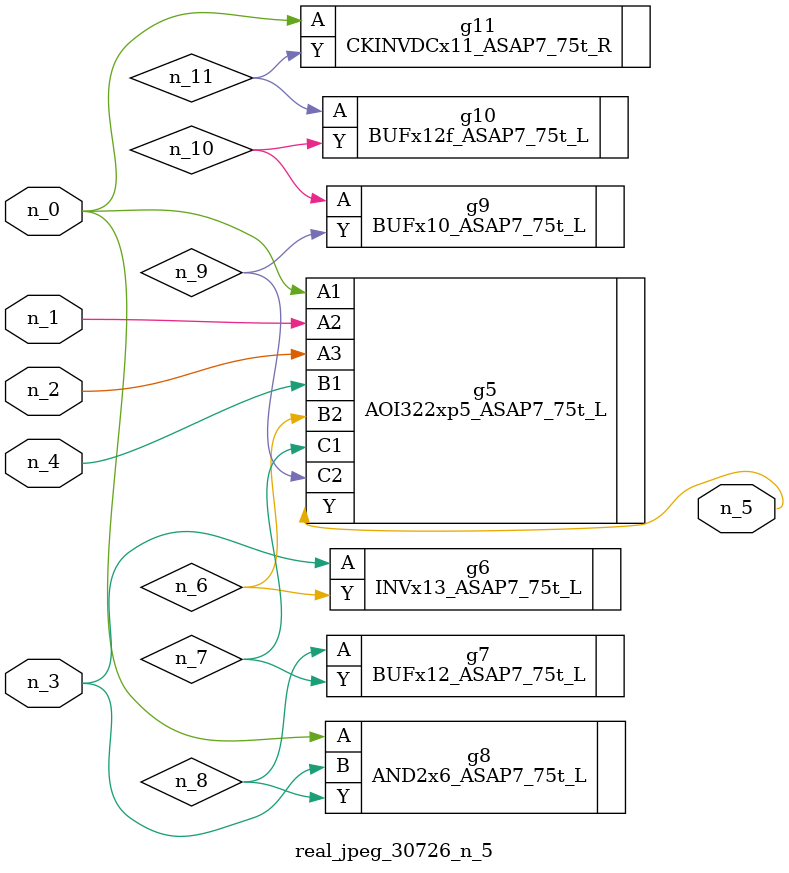
<source format=v>
module real_jpeg_30726_n_5 (n_4, n_0, n_1, n_2, n_3, n_5);

input n_4;
input n_0;
input n_1;
input n_2;
input n_3;

output n_5;

wire n_8;
wire n_11;
wire n_6;
wire n_7;
wire n_10;
wire n_9;

AOI322xp5_ASAP7_75t_L g5 ( 
.A1(n_0),
.A2(n_1),
.A3(n_2),
.B1(n_4),
.B2(n_6),
.C1(n_7),
.C2(n_9),
.Y(n_5)
);

AND2x6_ASAP7_75t_L g8 ( 
.A(n_0),
.B(n_3),
.Y(n_8)
);

CKINVDCx11_ASAP7_75t_R g11 ( 
.A(n_0),
.Y(n_11)
);

INVx13_ASAP7_75t_L g6 ( 
.A(n_3),
.Y(n_6)
);

BUFx12_ASAP7_75t_L g7 ( 
.A(n_8),
.Y(n_7)
);

BUFx10_ASAP7_75t_L g9 ( 
.A(n_10),
.Y(n_9)
);

BUFx12f_ASAP7_75t_L g10 ( 
.A(n_11),
.Y(n_10)
);


endmodule
</source>
